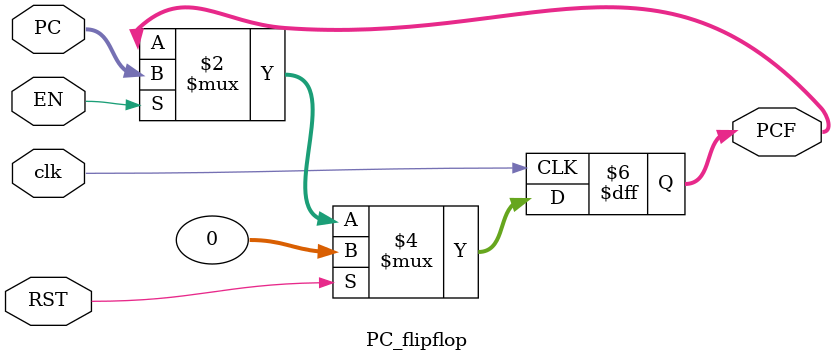
<source format=v>
module PC_flipflop (
 input  wire        clk,
 input  wire        EN,
 input  wire [31:0] PC,
 input  wire        RST,
 output reg [31:0] PCF
);
//----------------------------------------  
  
always@(posedge clk)
begin
 if(EN)
   PCF<=PC; 
 
  if (RST)
   PCF<=32'b0;      
end  
  
endmodule




</source>
